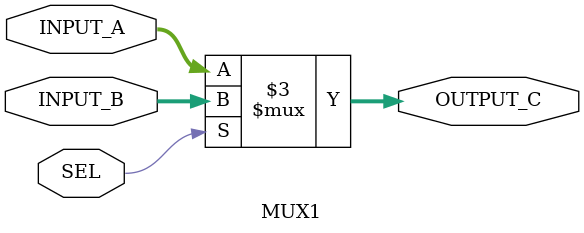
<source format=v>
/******************************************************************************
* Module: Private - MUX Block 
*
* File Name: Adder.v
*
* Description: implement a parameterized 2X1 MUX.
*
* Author: Mohamed A. Eladawy
*
*******************************************************************************/
//********************Port Declaration*************************//

module MUX1  #(

parameter Data_Size_A = 5 ,                                //initialize a parameter variable with value 32 
parameter Data_Size_B = 5 ,                                //initialize a parameter variable with value 32 
parameter Data_Size_C = 5 )                                //initialize a parameter variable with value 32 

(
  
input wire [Data_Size_A-1 :0]              INPUT_A  , //Declaring the Variable As an Input Port with Width 32 bits
input wire [Data_Size_B-1 :0]              INPUT_B  , //Declaring the Variable As an Input Port with Width 32 bits
input wire                                 SEL      , //Declaring the Variable As an Input Port with Width 1 bit
output reg [Data_Size_C-1 :0]              OUTPUT_C   //Declaring the Variable As an Output Port with Width 32 bits
  
);

                   
//*************************** The RTL Code *****************************//
//**************** Starting Combinational Always Block *****************//

always @ (*)

begin 

 if (SEL)                     //Check If the Selction Line Is equal to one or zero to decide the output
   
   begin 
     
      OUTPUT_C = INPUT_B  ;   //The Output Is equal to the Seconed Input   
     
   end 
   
else
  
  begin 
    
    OUTPUT_C = INPUT_A  ;   //The Output Is equal to the First Input   
    
  end 
 
end 

//**********************************************************************//

endmodule    



</source>
